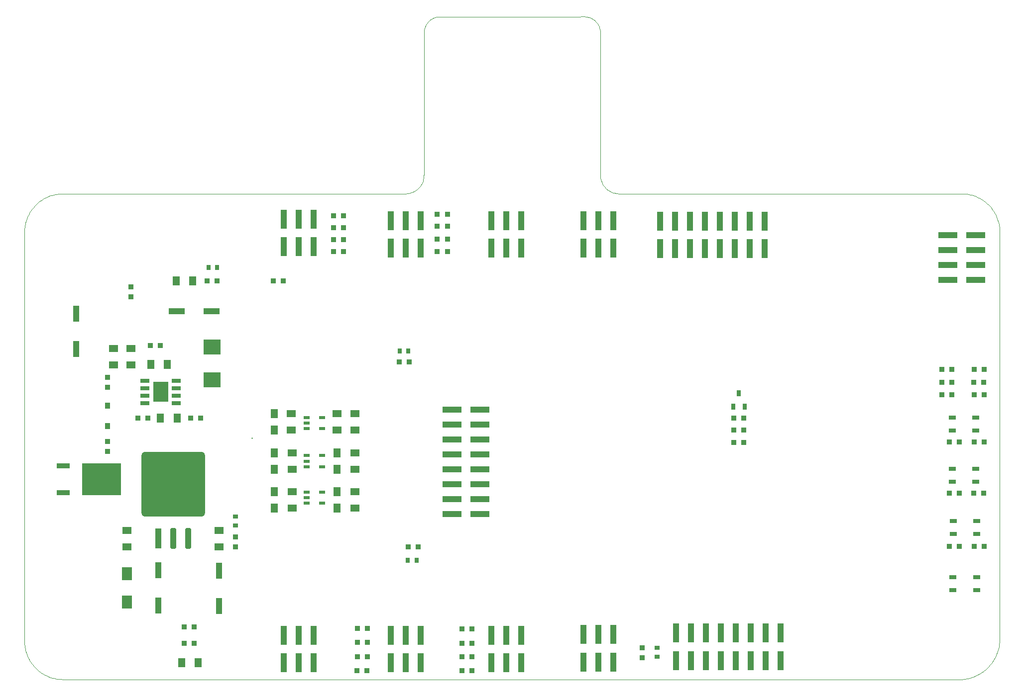
<source format=gtp>
G04*
G04 #@! TF.GenerationSoftware,Altium Limited,Altium Designer,22.0.2 (36)*
G04*
G04 Layer_Color=8421504*
%FSTAX25Y25*%
%MOIN*%
G70*
G04*
G04 #@! TF.SameCoordinates,F14A6DB2-6BAA-43E7-8DF3-1F8C7E56E43F*
G04*
G04*
G04 #@! TF.FilePolarity,Positive*
G04*
G01*
G75*
%ADD10C,0.01000*%
%ADD48C,0.00098*%
%ADD49C,0.00100*%
%ADD50R,0.06890X0.08661*%
%ADD51R,0.06299X0.05118*%
%ADD52R,0.03937X0.10630*%
%ADD53R,0.05118X0.06299*%
%ADD54R,0.03543X0.03740*%
%ADD55R,0.03740X0.03543*%
%ADD56R,0.26378X0.21654*%
%ADD57R,0.08661X0.03740*%
%ADD58R,0.03347X0.03937*%
G04:AMPARAMS|DCode=59|XSize=425.2mil|YSize=433.07mil|CornerRadius=21.26mil|HoleSize=0mil|Usage=FLASHONLY|Rotation=0.000|XOffset=0mil|YOffset=0mil|HoleType=Round|Shape=RoundedRectangle|*
%AMROUNDEDRECTD59*
21,1,0.42520,0.39055,0,0,0.0*
21,1,0.38268,0.43307,0,0,0.0*
1,1,0.04252,0.19134,-0.19528*
1,1,0.04252,-0.19134,-0.19528*
1,1,0.04252,-0.19134,0.19528*
1,1,0.04252,0.19134,0.19528*
%
%ADD59ROUNDEDRECTD59*%
%ADD60R,0.04213X0.13780*%
G04:AMPARAMS|DCode=61|XSize=42.13mil|YSize=137.8mil|CornerRadius=10.53mil|HoleSize=0mil|Usage=FLASHONLY|Rotation=0.000|XOffset=0mil|YOffset=0mil|HoleType=Round|Shape=RoundedRectangle|*
%AMROUNDEDRECTD61*
21,1,0.04213,0.11673,0,0,0.0*
21,1,0.02106,0.13780,0,0,0.0*
1,1,0.02106,0.01053,-0.05837*
1,1,0.02106,-0.01053,-0.05837*
1,1,0.02106,-0.01053,0.05837*
1,1,0.02106,0.01053,0.05837*
%
%ADD61ROUNDEDRECTD61*%
%ADD62R,0.03347X0.03150*%
%ADD63R,0.04724X0.05906*%
%ADD64R,0.04016X0.12992*%
%ADD65R,0.04331X0.02362*%
%ADD66R,0.09843X0.13386*%
%ADD67R,0.06299X0.02559*%
%ADD68R,0.11811X0.09843*%
%ADD69R,0.10630X0.03937*%
%ADD70R,0.03150X0.03347*%
%ADD71R,0.12992X0.04016*%
%ADD72R,0.04724X0.02756*%
%ADD73R,0.02559X0.04134*%
D10*
X063Y17195D02*
Y1719691D01*
D48*
X0863411Y1991625D02*
X0863353Y1992598D01*
X0863207Y1993563D01*
X0862972Y1994509D01*
X086265Y199543D01*
X0862245Y1996317D01*
X086176Y1997163D01*
X0861199Y199796D01*
X0860567Y1998703D01*
X0859869Y1999384D01*
X0859111Y1999997D01*
X08583Y2000538D01*
X0857442Y2001002D01*
X0856545Y2001385D01*
X0855616Y2001683D01*
X0854664Y2001895D01*
X0853697Y2002018D01*
X0852722Y200205D01*
X0755765Y2002011D02*
X0754791Y2001954D01*
X0753827Y2001807D01*
X075288Y2001572D01*
X075196Y200125D01*
X0751072Y2000845D01*
X0750226Y200036D01*
X0749429Y1999799D01*
X0748686Y1999167D01*
X0748005Y1998468D01*
X0747391Y199771D01*
X074685Y1996899D01*
X0746386Y1996041D01*
X0746003Y1995144D01*
X0745705Y1994215D01*
X0745494Y1993263D01*
X0745371Y1992296D01*
X0745338Y1991321D01*
X086342Y189589D02*
X0863459Y1894908D01*
X0863574Y1893933D01*
X0863766Y1892969D01*
X0864032Y1892024D01*
X0864373Y1891102D01*
X0864784Y189021D01*
X0865264Y1889353D01*
X086581Y1888536D01*
X0866418Y1887765D01*
X0867085Y1887043D01*
X0867806Y1886376D01*
X0868577Y1885768D01*
X0869394Y1885222D01*
X0870251Y1884742D01*
X0871143Y1884331D01*
X0872065Y1883991D01*
X087301Y1883725D01*
X0873974Y1883533D01*
X0874949Y1883417D01*
X0875931Y1883379D01*
X0733121D02*
X073414Y1883434D01*
X0735152Y1883574D01*
X0736148Y1883796D01*
X0737122Y18841D01*
X0738068Y1884484D01*
X073898Y1884944D01*
X073985Y1885478D01*
X0740673Y1886082D01*
X0741443Y1886752D01*
X0742155Y1887483D01*
X0742805Y188827D01*
X0743387Y1889109D01*
X0743898Y1889992D01*
X0744335Y1890915D01*
X0744693Y1891871D01*
X0744972Y1892853D01*
X0745168Y1893855D01*
X0745281Y1894869D01*
X074531Y189589D01*
X0745338Y1895918D02*
Y1991321D01*
X0863411Y1895899D02*
Y1991625D01*
X0863411Y1991625D02*
X0863411Y1991625D01*
X0847523Y2002011D02*
X0852722Y200205D01*
X0755765Y2002011D02*
X0847523D01*
X0875931Y1883379D02*
X1105251D01*
X0503479D02*
X0733121D01*
D49*
X0477862Y1583292D02*
X0477882Y1582287D01*
X0477941Y1581285D01*
X047804Y1580285D01*
X0478177Y157929D01*
X0478354Y1578301D01*
X0478569Y157732D01*
X0478823Y1576348D01*
X0479114Y1575387D01*
X0479443Y1574438D01*
X0479809Y1573503D01*
X0480212Y1572583D01*
X048065Y1571679D01*
X0481123Y1570793D01*
X0481631Y1569927D01*
X0482173Y1569081D01*
X0482747Y1568257D01*
X0483353Y1567456D01*
X0483991Y156668D01*
X0484658Y1565929D01*
X0485354Y1565205D01*
X0486078Y1564509D01*
X0486829Y1563842D01*
X0487605Y1563204D01*
X0488406Y1562598D01*
X048923Y1562024D01*
X0490076Y1561482D01*
X0490942Y1560975D01*
X0491828Y1560501D01*
X0492732Y1560063D01*
X0493652Y155966D01*
X0494587Y1559294D01*
X0495536Y1558965D01*
X0496497Y1558673D01*
X0497469Y155842D01*
X049845Y1558205D01*
X0499439Y1558028D01*
X0500434Y1557891D01*
X0501434Y1557792D01*
X0502436Y1557733D01*
X0503441Y1557713D01*
X1130829Y1857801D02*
X1130809Y1858805D01*
X113075Y1859807D01*
X1130652Y1860807D01*
X1130514Y1861802D01*
X1130338Y1862791D01*
X1130122Y1863772D01*
X1129869Y1864744D01*
X1129577Y1865705D01*
X1129248Y1866654D01*
X1128882Y1867589D01*
X112848Y1868509D01*
X1128041Y1869413D01*
X1127568Y1870299D01*
X112706Y1871165D01*
X1126519Y1872011D01*
X1125944Y1872835D01*
X1125338Y1873636D01*
X1124701Y1874412D01*
X1124034Y1875163D01*
X1123337Y1875887D01*
X1122614Y1876583D01*
X1121863Y187725D01*
X1121086Y1877888D01*
X1120285Y1878494D01*
X1119461Y1879068D01*
X1118616Y187961D01*
X1117749Y1880117D01*
X1116863Y1880591D01*
X1115959Y1881029D01*
X1115039Y1881432D01*
X1114104Y1881798D01*
X1113155Y1882127D01*
X1112194Y1882418D01*
X1111222Y1882672D01*
X1110241Y1882887D01*
X1109252Y1883064D01*
X1108257Y1883202D01*
X1107258Y18833D01*
X1106255Y1883359D01*
X1105251Y1883379D01*
X1105917Y1557713D02*
X1106914Y155782D01*
X1107908Y1557964D01*
X1108895Y1558143D01*
X1109875Y1558359D01*
X1110846Y1558611D01*
X1111808Y1558898D01*
X1112758Y155922D01*
X1113696Y1559577D01*
X111462Y1559968D01*
X1115529Y1560393D01*
X1116422Y156085D01*
X1117298Y156134D01*
X1118155Y1561862D01*
X1118992Y1562415D01*
X1119809Y1562999D01*
X1120603Y1563611D01*
X1121375Y1564253D01*
X1122123Y1564923D01*
X1122845Y1565619D01*
X1123542Y1566341D01*
X1124211Y1567089D01*
X1124852Y156786D01*
X1125465Y1568655D01*
X1126049Y1569471D01*
X1126602Y1570309D01*
X1127124Y1571166D01*
X1127614Y1572042D01*
X1128071Y1572935D01*
X1128496Y1573844D01*
X1128887Y1574768D01*
X1129244Y1575706D01*
X1129566Y1576656D01*
X1129853Y1577618D01*
X1130105Y1578589D01*
X1130321Y1579569D01*
X1130501Y1580556D01*
X1130644Y1581549D01*
X1130751Y1582547D01*
X0503441Y188334D02*
X0502436Y188332D01*
X0501434Y1883261D01*
X0500434Y1883163D01*
X0499439Y1883025D01*
X049845Y1882848D01*
X0497469Y1882633D01*
X0496497Y188238D01*
X0495536Y1882088D01*
X0494587Y1881759D01*
X0493652Y1881393D01*
X0492732Y188099D01*
X0491828Y1880552D01*
X0490942Y1880079D01*
X0490076Y1879571D01*
X048923Y1879029D01*
X0488406Y1878455D01*
X0487605Y1877849D01*
X0486829Y1877212D01*
X0486078Y1876544D01*
X0485354Y1875848D01*
X0484658Y1875124D01*
X0483991Y1874373D01*
X0483353Y1873597D01*
X0482747Y1872796D01*
X0482173Y1871972D01*
X0481631Y1871126D01*
X0481123Y187026D01*
X048065Y1869374D01*
X0480212Y186847D01*
X0479809Y186755D01*
X0479443Y1866615D01*
X0479114Y1865666D01*
X0478823Y1864705D01*
X0478569Y1863733D01*
X0478354Y1862752D01*
X0478177Y1861763D01*
X047804Y1860768D01*
X0477941Y1859768D01*
X0477882Y1858766D01*
X0477862Y1857762D01*
X1130751Y1582548D02*
X1130829Y1582626D01*
Y1857801D01*
X0477862Y1583292D02*
Y1857762D01*
X050344Y1557713D02*
X1105917D01*
D50*
X05465Y1609551D02*
D03*
Y1628449D02*
D03*
D51*
Y1657512D02*
D03*
Y1646488D02*
D03*
X0608Y1657524D02*
D03*
Y16465D02*
D03*
X0657Y1672488D02*
D03*
Y1683512D02*
D03*
X0699Y1672488D02*
D03*
Y1683512D02*
D03*
X0657Y1709512D02*
D03*
Y1698488D02*
D03*
X06565Y1736012D02*
D03*
Y1724988D02*
D03*
X0687Y1736012D02*
D03*
Y1724988D02*
D03*
X0699Y1698587D02*
D03*
Y170961D02*
D03*
X0699Y1736012D02*
D03*
Y1724988D02*
D03*
X05375Y1779512D02*
D03*
Y1768488D02*
D03*
X0549D02*
D03*
Y1779512D02*
D03*
D52*
X05675Y1630811D02*
D03*
Y1607189D02*
D03*
X0608Y1607D02*
D03*
Y1630622D02*
D03*
X05125Y1802811D02*
D03*
Y1779189D02*
D03*
D53*
X0582988Y1569D02*
D03*
X0594012D02*
D03*
X0562488Y1769D02*
D03*
X0573512D02*
D03*
X0568976Y1733D02*
D03*
X058D02*
D03*
X0579488Y1825D02*
D03*
X0590512D02*
D03*
D54*
X0591346Y1582D02*
D03*
X0584654D02*
D03*
Y1593D02*
D03*
X0591346D02*
D03*
X07005Y15635D02*
D03*
X0707193D02*
D03*
X0707347Y15825D02*
D03*
X0700654D02*
D03*
X0707346Y1573D02*
D03*
X0700653D02*
D03*
X0700654Y1592D02*
D03*
X0707347D02*
D03*
X0553654Y1733D02*
D03*
X0560347D02*
D03*
X0595693D02*
D03*
X0589D02*
D03*
X0562154Y17815D02*
D03*
X0568846D02*
D03*
X0600154Y1825D02*
D03*
X0606847D02*
D03*
X06445D02*
D03*
X0651193D02*
D03*
X0735346Y17705D02*
D03*
X0728654D02*
D03*
X0684654Y18605D02*
D03*
X0691346D02*
D03*
X0684653Y18525D02*
D03*
X0691346D02*
D03*
X0691347Y18685D02*
D03*
X0684654D02*
D03*
X0691346Y18445D02*
D03*
X0684654D02*
D03*
X0777346Y15635D02*
D03*
X0770653D02*
D03*
X0770654Y1573D02*
D03*
X0777347D02*
D03*
X0741347Y16465D02*
D03*
X0734654D02*
D03*
X0777347Y15915D02*
D03*
X0770654D02*
D03*
X0777346Y1582D02*
D03*
X0770654D02*
D03*
X1120346Y1647D02*
D03*
X1113654D02*
D03*
X1103847D02*
D03*
X1097154D02*
D03*
X0952654Y17165D02*
D03*
X0959347D02*
D03*
X1103846Y1717D02*
D03*
X1097154D02*
D03*
X1103847Y16825D02*
D03*
X1097154D02*
D03*
X1120193D02*
D03*
X11135D02*
D03*
X1120346Y1717D02*
D03*
X1113654D02*
D03*
X0952807Y1725D02*
D03*
X09595D02*
D03*
X0952654Y1733D02*
D03*
X0959347D02*
D03*
X0754307Y18695D02*
D03*
X0761D02*
D03*
Y18445D02*
D03*
X0754307D02*
D03*
X0761Y18615D02*
D03*
X0754307D02*
D03*
X0754315Y1853D02*
D03*
X0761008D02*
D03*
X1098846Y17485D02*
D03*
X1092154D02*
D03*
Y1757D02*
D03*
X1098846D02*
D03*
X1092154Y17655D02*
D03*
X1098846D02*
D03*
X11135Y1757D02*
D03*
X1120193D02*
D03*
X1120346Y17485D02*
D03*
X1113654D02*
D03*
X1120346Y17655D02*
D03*
X1113654D02*
D03*
D55*
X0619Y1646654D02*
D03*
Y1653346D02*
D03*
X05335Y1710654D02*
D03*
Y1717346D02*
D03*
Y17535D02*
D03*
Y1760193D02*
D03*
X0549Y1820846D02*
D03*
Y1814154D02*
D03*
X08915Y1578846D02*
D03*
Y1572154D02*
D03*
D56*
X05295Y1692D02*
D03*
D57*
X0503713Y1683024D02*
D03*
Y1700976D02*
D03*
D58*
X05335Y17275D02*
D03*
Y174128D02*
D03*
D59*
X05775Y16885D02*
D03*
D60*
X05675Y1652098D02*
D03*
D61*
X05775D02*
D03*
X05875D02*
D03*
D62*
X0619Y1666953D02*
D03*
Y1661047D02*
D03*
X09015Y1578905D02*
D03*
Y1573D02*
D03*
D63*
X0645Y16835D02*
D03*
Y1672476D02*
D03*
Y1698488D02*
D03*
Y1709512D02*
D03*
X0687Y16725D02*
D03*
Y1683524D02*
D03*
X0645Y1736012D02*
D03*
Y1724988D02*
D03*
X0687Y169839D02*
D03*
Y1709413D02*
D03*
D64*
X06715Y1587252D02*
D03*
Y1568748D02*
D03*
X06615Y1587252D02*
D03*
Y1568748D02*
D03*
X06515Y1587252D02*
D03*
Y1568748D02*
D03*
X0723D02*
D03*
Y1587252D02*
D03*
X0733Y1568748D02*
D03*
Y1587252D02*
D03*
X0743Y1568748D02*
D03*
Y1587252D02*
D03*
X06715Y1866252D02*
D03*
Y1847748D02*
D03*
X06615Y1866252D02*
D03*
Y1847748D02*
D03*
X06515Y1866252D02*
D03*
Y1847748D02*
D03*
X0723Y1846748D02*
D03*
Y1865252D02*
D03*
X0733Y1846748D02*
D03*
Y1865252D02*
D03*
X0743Y1846748D02*
D03*
Y1865252D02*
D03*
X07905Y1568748D02*
D03*
Y1587252D02*
D03*
X08005Y1568748D02*
D03*
Y1587252D02*
D03*
X08105Y1568748D02*
D03*
Y1587252D02*
D03*
X0852Y1569248D02*
D03*
Y1587752D02*
D03*
X0862Y1569248D02*
D03*
Y1587752D02*
D03*
X0872Y1569248D02*
D03*
Y1587752D02*
D03*
X0914Y1570248D02*
D03*
Y1588752D02*
D03*
X0924Y1570248D02*
D03*
Y1588752D02*
D03*
X0934Y1570248D02*
D03*
Y1588752D02*
D03*
X0944Y1570248D02*
D03*
Y1588752D02*
D03*
X0954Y1570248D02*
D03*
Y1588752D02*
D03*
X0964Y1570248D02*
D03*
Y1588752D02*
D03*
X0974Y1570248D02*
D03*
Y1588752D02*
D03*
X0984Y1570248D02*
D03*
Y1588752D02*
D03*
X08105Y1865252D02*
D03*
Y1846748D02*
D03*
X08005Y1865252D02*
D03*
Y1846748D02*
D03*
X07905Y1865252D02*
D03*
Y1846748D02*
D03*
X0852D02*
D03*
Y1865252D02*
D03*
X0862Y1846748D02*
D03*
Y1865252D02*
D03*
X0872Y1846748D02*
D03*
Y1865252D02*
D03*
X09035Y18465D02*
D03*
Y1865004D02*
D03*
X09135Y18465D02*
D03*
Y1865004D02*
D03*
X09235Y18465D02*
D03*
Y1865004D02*
D03*
X09335Y18465D02*
D03*
Y1865004D02*
D03*
X09435Y18465D02*
D03*
Y1865004D02*
D03*
X09535Y18465D02*
D03*
Y1865004D02*
D03*
X09635Y18465D02*
D03*
Y1865004D02*
D03*
X09735Y18465D02*
D03*
Y1865004D02*
D03*
D65*
X0677118Y168324D02*
D03*
X0666882D02*
D03*
Y16795D02*
D03*
Y167576D02*
D03*
X0677118D02*
D03*
Y170026D02*
D03*
X0666882D02*
D03*
Y1704D02*
D03*
Y170774D02*
D03*
X0677118D02*
D03*
Y172576D02*
D03*
X0666882D02*
D03*
Y17295D02*
D03*
Y173324D02*
D03*
X0677118D02*
D03*
D66*
X0569Y17505D02*
D03*
D67*
X055837Y1758D02*
D03*
Y1753D02*
D03*
Y1748D02*
D03*
Y1743D02*
D03*
X057963D02*
D03*
Y1748D02*
D03*
Y1753D02*
D03*
Y1758D02*
D03*
D68*
X06035Y1780524D02*
D03*
Y1758476D02*
D03*
D69*
X0579689Y18045D02*
D03*
X0603311D02*
D03*
D70*
X0729Y1778D02*
D03*
X0734906D02*
D03*
X0601047Y1834D02*
D03*
X0606953D02*
D03*
X0740453Y16375D02*
D03*
X0734547D02*
D03*
D71*
X0782752Y16685D02*
D03*
X0764248D02*
D03*
X0782752Y16785D02*
D03*
X0764248D02*
D03*
X0782752Y16885D02*
D03*
X0764248D02*
D03*
X0782752Y16985D02*
D03*
X0764248D02*
D03*
X0782752Y17085D02*
D03*
X0764248D02*
D03*
X0782752Y17185D02*
D03*
X0764248D02*
D03*
X0782752Y17285D02*
D03*
X0764248D02*
D03*
X0782752Y17385D02*
D03*
X0764248D02*
D03*
X1114752Y18255D02*
D03*
X1096248D02*
D03*
X1114752Y18355D02*
D03*
X1096248D02*
D03*
X1114752Y18455D02*
D03*
X1096248D02*
D03*
X1114752Y18555D02*
D03*
X1096248D02*
D03*
D72*
X1099626Y1626331D02*
D03*
X1115374D02*
D03*
Y1617669D02*
D03*
X1099626D02*
D03*
X1099126Y1698831D02*
D03*
X1114874D02*
D03*
Y1690169D02*
D03*
X1099126D02*
D03*
X1099686Y1663919D02*
D03*
X1115434D02*
D03*
Y1655257D02*
D03*
X1099686D02*
D03*
X1099126Y1724669D02*
D03*
X1114874D02*
D03*
Y1733331D02*
D03*
X1099126D02*
D03*
D73*
X095626Y1749555D02*
D03*
X096Y17405D02*
D03*
X095252D02*
D03*
M02*

</source>
